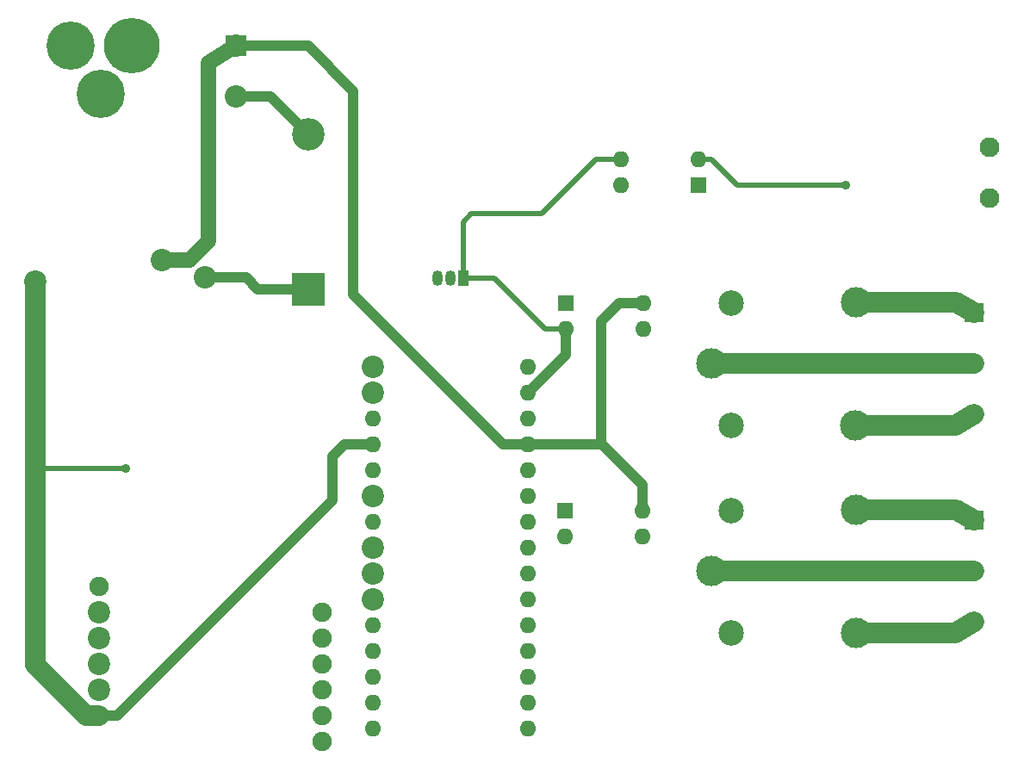
<source format=gbl>
G04 This is an RS-274x file exported by *
G04 gerbv version 2.6A *
G04 More information is available about gerbv at *
G04 http://gerbv.geda-project.org/ *
G04 --End of header info--*
%MOIN*%
%FSLAX34Y34*%
%IPPOS*%
G04 --Define apertures--*
%ADD10C,0.1181*%
%ADD11C,0.0984*%
%ADD12O,0.0630X0.0630*%
%ADD13R,0.0630X0.0630*%
%ADD14R,0.0768X0.0768*%
%ADD15C,0.0768*%
%ADD16C,0.2150*%
%ADD17C,0.1866*%
%ADD18R,0.0413X0.0591*%
%ADD19O,0.0413X0.0591*%
%ADD20R,0.1260X0.1260*%
%ADD21O,0.1260X0.1260*%
%ADD22R,0.0787X0.0787*%
%ADD23C,0.0787*%
%ADD24C,0.0748*%
%ADD25C,0.0866*%
%ADD26C,0.0354*%
%ADD27C,0.0197*%
%ADD28C,0.0394*%
%ADD29C,0.0787*%
%ADD30C,0.0591*%
G04 --Start main section--*
G54D10*
G01X0063316Y-047583D03*
G54D11*
G01X0064083Y-049965D03*
G54D10*
G01X0068887Y-049965D03*
G01X0068906Y-045221D03*
G54D11*
G01X0064083Y-045241D03*
G54D10*
G01X0063306Y-039552D03*
G54D11*
G01X0064074Y-041934D03*
G54D10*
G01X0068877Y-041934D03*
G01X0068896Y-037190D03*
G54D11*
G01X0064074Y-037209D03*
G54D12*
G01X0056197Y-039677D03*
G01X0056197Y-040677D03*
G01X0056197Y-041677D03*
G01X0056197Y-042677D03*
G01X0056197Y-043677D03*
G01X0056197Y-044677D03*
G01X0056197Y-045677D03*
G01X0056197Y-046677D03*
G01X0056197Y-047677D03*
G01X0056197Y-048677D03*
G01X0056197Y-049677D03*
G01X0056197Y-050677D03*
G01X0056197Y-051677D03*
G01X0056197Y-052677D03*
G01X0056197Y-053677D03*
G01X0050197Y-053677D03*
G01X0050197Y-052677D03*
G01X0050197Y-051677D03*
G01X0050197Y-050677D03*
G01X0050197Y-049677D03*
G01X0050197Y-048677D03*
G01X0050197Y-047677D03*
G01X0050197Y-046677D03*
G01X0050197Y-045677D03*
G01X0050197Y-044677D03*
G01X0050197Y-043677D03*
G01X0050197Y-042677D03*
G01X0050197Y-041677D03*
G01X0050197Y-040677D03*
G54D13*
G01X0050197Y-039677D03*
G54D14*
G01X0073465Y-037583D03*
G54D15*
G01X0073465Y-039552D03*
G01X0073465Y-041520D03*
G54D13*
G01X0062795Y-032660D03*
G54D12*
G01X0062795Y-031660D03*
G01X0059795Y-031660D03*
G01X0059795Y-032660D03*
G54D15*
G01X0074083Y-031176D03*
G01X0074083Y-033144D03*
G54D16*
G01X0040864Y-027258D03*
G54D17*
G01X0038502Y-027258D03*
G01X0039683Y-029108D03*
G54D18*
G01X0053700Y-036231D03*
G54D19*
G01X0053200Y-036231D03*
G01X0052700Y-036231D03*
G54D13*
G01X0057656Y-037207D03*
G54D12*
G01X0057656Y-038207D03*
G01X0060656Y-038207D03*
G01X0060656Y-037207D03*
G54D20*
G01X0047697Y-036669D03*
G54D21*
G01X0047697Y-030669D03*
G54D22*
G01X0044906Y-027254D03*
G54D23*
G01X0044906Y-029223D03*
G54D14*
G01X0073465Y-045615D03*
G54D15*
G01X0073465Y-047583D03*
G01X0073465Y-049552D03*
G54D24*
G01X0039615Y-048164D03*
G01X0039615Y-049164D03*
G01X0039615Y-050164D03*
G01X0039615Y-051164D03*
G01X0039615Y-052164D03*
G01X0039615Y-053164D03*
G01X0048225Y-054164D03*
G01X0048225Y-053164D03*
G01X0048225Y-052164D03*
G01X0048225Y-051164D03*
G01X0048225Y-050164D03*
G01X0048225Y-049164D03*
G54D13*
G01X0057637Y-045231D03*
G54D12*
G01X0057637Y-046231D03*
G01X0060637Y-046231D03*
G01X0060637Y-045231D03*
G54D25*
G01X0044906Y-027254D03*
G01X0044906Y-029223D03*
G01X0039615Y-050164D03*
G01X0039615Y-049164D03*
G01X0039615Y-051164D03*
G01X0039615Y-052164D03*
G01X0050197Y-039677D03*
G01X0050197Y-040677D03*
G01X0050197Y-044677D03*
G01X0050206Y-046680D03*
G01X0050197Y-047677D03*
G01X0050197Y-048677D03*
G01X0037144Y-036393D03*
G54D26*
G01X0040629Y-043607D03*
G54D25*
G01X0042047Y-035551D03*
G01X0043706Y-036216D03*
G54D26*
G01X0068496Y-032652D03*
G54D27*
G01X0040629Y-043607D02*
G01X0037420Y-043607D01*
G54D28*
G01X0048631Y-043141D02*
G01X0049092Y-042680D01*
G54D27*
G01X0059795Y-031660D02*
G01X0058832Y-031660D01*
G54D29*
G01X0037144Y-043883D02*
G01X0037144Y-051223D01*
G54D28*
G01X0044906Y-029223D02*
G01X0046250Y-029223D01*
G54D27*
G01X0056868Y-038207D02*
G01X0054893Y-036231D01*
G54D28*
G01X0040314Y-053164D02*
G01X0048631Y-044847D01*
G54D27*
G01X0037420Y-043607D02*
G01X0037144Y-043883D01*
G54D29*
G01X0037144Y-051223D02*
G01X0039086Y-053164D01*
G01X0037144Y-036393D02*
G01X0037144Y-043883D01*
G54D28*
G01X0046250Y-029223D02*
G01X0047697Y-030669D01*
G01X0057656Y-039230D02*
G01X0057656Y-038207D01*
G54D27*
G01X0056731Y-033761D02*
G01X0054016Y-033760D01*
G01X0053700Y-034094D02*
G01X0053700Y-036231D01*
G54D28*
G01X0039615Y-053164D02*
G01X0040314Y-053164D01*
G54D27*
G01X0054016Y-033760D02*
G01X0053700Y-034094D01*
G01X0054893Y-036231D02*
G01X0053700Y-036231D01*
G54D28*
G01X0056206Y-040680D02*
G01X0057656Y-039230D01*
G54D27*
G01X0057656Y-038207D02*
G01X0056868Y-038207D01*
G54D28*
G01X0049092Y-042680D02*
G01X0050206Y-042680D01*
G54D29*
G01X0039086Y-053164D02*
G01X0039615Y-053164D01*
G54D28*
G01X0048631Y-044847D02*
G01X0048631Y-043141D01*
G54D27*
G01X0058832Y-031660D02*
G01X0056731Y-033761D01*
G54D28*
G01X0060656Y-037207D02*
G01X0059736Y-037207D01*
G01X0059034Y-042652D02*
G01X0059062Y-042680D01*
G01X0059059Y-042677D02*
G01X0059062Y-042680D01*
G01X0049447Y-029014D02*
G01X0047687Y-027254D01*
G01X0059034Y-037908D02*
G01X0059034Y-042652D01*
G01X0047687Y-027254D02*
G01X0044906Y-027254D01*
G01X0059062Y-042680D02*
G01X0060637Y-044255D01*
G01X0060637Y-044255D02*
G01X0060637Y-045231D01*
G01X0056197Y-042677D02*
G01X0055236Y-042677D01*
G54D30*
G01X0042047Y-035551D02*
G01X0043110Y-035551D01*
G54D28*
G01X0049449Y-036890D02*
G01X0049449Y-036654D01*
G01X0059736Y-037207D02*
G01X0059034Y-037908D01*
G01X0049449Y-036654D02*
G01X0049447Y-029014D01*
G54D30*
G01X0043839Y-034823D02*
G01X0043110Y-035551D01*
G01X0043839Y-027923D02*
G01X0044906Y-027254D01*
G01X0043839Y-027923D02*
G01X0043839Y-034823D01*
G54D28*
G01X0055236Y-042677D02*
G01X0049449Y-036890D01*
G01X0056197Y-042677D02*
G01X0059059Y-042677D01*
G01X0045748Y-036673D02*
G01X0045752Y-036669D01*
G01X0043706Y-036216D02*
G01X0045291Y-036216D01*
G01X0045291Y-036216D02*
G01X0045748Y-036673D01*
G01X0045752Y-036669D02*
G01X0047697Y-036669D01*
G54D29*
G01X0072755Y-037190D02*
G01X0073465Y-037583D01*
G01X0068896Y-037190D02*
G01X0072755Y-037190D01*
G01X0063306Y-039552D02*
G01X0073465Y-039552D01*
G01X0072735Y-041934D02*
G01X0073465Y-041520D01*
G01X0068877Y-041934D02*
G01X0072735Y-041934D01*
G01X0072735Y-049965D02*
G01X0073465Y-049552D01*
G01X0068887Y-049965D02*
G01X0072735Y-049965D01*
G01X0063316Y-047583D02*
G01X0073465Y-047583D01*
G01X0068906Y-045221D02*
G01X0072755Y-045221D01*
G01X0072755Y-045221D02*
G01X0073465Y-045615D01*
G54D27*
G01X0068496Y-032652D02*
G01X0064542Y-032652D01*
G01X0062795Y-031660D02*
G01X0063310Y-031660D01*
G01X0064302Y-032652D02*
G01X0064542Y-032652D01*
G01X0063310Y-031660D02*
G01X0064302Y-032652D01*
M02*

</source>
